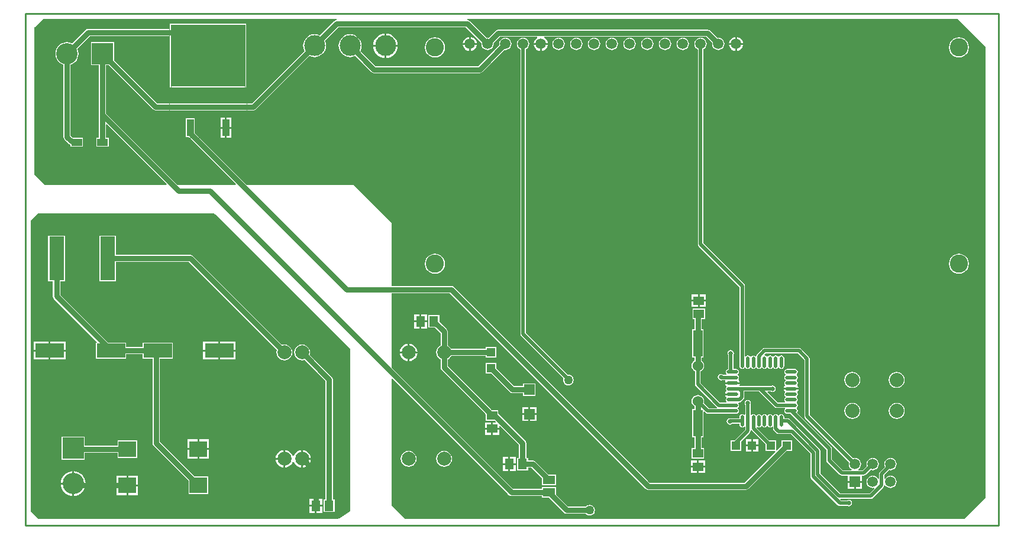
<source format=gtl>
G04 Layer_Physical_Order=1*
G04 Layer_Color=255*
%FSLAX44Y44*%
%MOMM*%
G71*
G01*
G75*
%ADD10R,2.1500X6.3000*%
%ADD11R,1.5000X1.5000*%
%ADD12R,1.7780X1.2700*%
%ADD13R,1.3000X1.5000*%
%ADD14R,4.1000X2.0000*%
%ADD15R,2.5400X2.2860*%
%ADD16R,1.2700X1.2700*%
%ADD17R,1.5000X1.3000*%
%ADD18R,1.0500X2.4000*%
%ADD19R,10.6500X8.9000*%
%ADD20R,1.2700X1.2700*%
%ADD21O,1.6500X0.5500*%
%ADD22O,0.5500X1.6500*%
%ADD23R,1.3970X3.8100*%
%ADD24R,1.5000X1.0000*%
%ADD25C,0.5080*%
%ADD26C,0.7620*%
%ADD27C,0.1000*%
%ADD28C,0.2540*%
%ADD29C,2.0000*%
%ADD30C,1.5000*%
%ADD31R,1.5000X1.5000*%
%ADD32C,1.5240*%
%ADD33C,2.0320*%
%ADD34C,3.0000*%
%ADD35R,3.0480X3.0480*%
%ADD36C,3.0480*%
%ADD37R,3.0480X3.0480*%
%ADD38C,2.6000*%
%ADD39C,0.6350*%
%ADD40C,1.2700*%
G36*
X1718310Y1261110D02*
X1757680Y1221740D01*
Y575310D01*
X1727200Y544830D01*
X927100D01*
X908050Y563880D01*
Y745396D01*
X909223Y745882D01*
X1075837Y579268D01*
X1075837Y579268D01*
X1077518Y578145D01*
X1079500Y577751D01*
X1079500Y577751D01*
X1122680D01*
Y575310D01*
X1133135D01*
X1154577Y553868D01*
X1154577Y553867D01*
X1156258Y552745D01*
X1158240Y552351D01*
X1158240Y552351D01*
X1185630D01*
X1185825Y552095D01*
X1187417Y550874D01*
X1189271Y550106D01*
X1191260Y549844D01*
X1193249Y550106D01*
X1195103Y550874D01*
X1196695Y552095D01*
X1197916Y553687D01*
X1198684Y555541D01*
X1198946Y557530D01*
X1198684Y559519D01*
X1197916Y561373D01*
X1196695Y562965D01*
X1195103Y564186D01*
X1193249Y564954D01*
X1191260Y565216D01*
X1189271Y564954D01*
X1187417Y564186D01*
X1185825Y562965D01*
X1185630Y562710D01*
X1160385D01*
X1143000Y580095D01*
Y590550D01*
X1122680D01*
Y588110D01*
X1081645D01*
X908050Y761705D01*
Y868580D01*
X990995D01*
X1271417Y588158D01*
X1271417Y588158D01*
X1273098Y587035D01*
X1275080Y586641D01*
X1275080Y586641D01*
X1414780D01*
X1416762Y587035D01*
X1418443Y588158D01*
X1472905Y642620D01*
X1480820D01*
Y657860D01*
X1465580D01*
Y649945D01*
X1459230Y643595D01*
X1457960Y644121D01*
Y657860D01*
X1448214D01*
X1430293Y675781D01*
X1430330Y676059D01*
X1431678Y676666D01*
X1431724Y676656D01*
X1432072Y676423D01*
X1433640Y676111D01*
X1435208Y676423D01*
X1436538Y677312D01*
X1436876Y677818D01*
X1438404D01*
X1438742Y677312D01*
X1440072Y676423D01*
X1441640Y676111D01*
X1443208Y676423D01*
X1444538Y677312D01*
X1444876Y677818D01*
X1446404D01*
X1446742Y677312D01*
X1448071Y676423D01*
X1449640Y676111D01*
X1451208Y676423D01*
X1452485Y677277D01*
X1452792Y677215D01*
X1453755Y676847D01*
Y674690D01*
X1454051Y673203D01*
X1454893Y671943D01*
X1459023Y667813D01*
X1460283Y666971D01*
X1461770Y666675D01*
X1479211D01*
X1507415Y638471D01*
Y605790D01*
X1507711Y604303D01*
X1508553Y603043D01*
X1546653Y564943D01*
X1547913Y564101D01*
X1549400Y563805D01*
X1559913D01*
X1560366Y563503D01*
X1562100Y563158D01*
X1563834Y563503D01*
X1565305Y564485D01*
X1566287Y565956D01*
X1566632Y567690D01*
X1566287Y569424D01*
X1565305Y570895D01*
X1563834Y571877D01*
X1562100Y572222D01*
X1560366Y571877D01*
X1559913Y571575D01*
X1551009D01*
X1549792Y572792D01*
X1550278Y573965D01*
X1593861D01*
X1595347Y574261D01*
X1596608Y575103D01*
X1611837Y590332D01*
X1612679Y591593D01*
X1612975Y593079D01*
Y593243D01*
X1613716Y593566D01*
X1614245Y593597D01*
X1615535Y591915D01*
X1617367Y590509D01*
X1619501Y589626D01*
X1621790Y589324D01*
X1624079Y589626D01*
X1626213Y590509D01*
X1628045Y591915D01*
X1629451Y593747D01*
X1630334Y595881D01*
X1630636Y598170D01*
X1630334Y600459D01*
X1629451Y602593D01*
X1628045Y604425D01*
X1626213Y605831D01*
X1624079Y606714D01*
X1621790Y607016D01*
X1619501Y606714D01*
X1617367Y605831D01*
X1615535Y604425D01*
X1614245Y602743D01*
X1613716Y602774D01*
X1612975Y603097D01*
Y607991D01*
X1619950Y614967D01*
X1621790Y614724D01*
X1624079Y615026D01*
X1626213Y615909D01*
X1628045Y617315D01*
X1629451Y619147D01*
X1630334Y621281D01*
X1630636Y623570D01*
X1630334Y625859D01*
X1629451Y627993D01*
X1628045Y629825D01*
X1626213Y631231D01*
X1624079Y632114D01*
X1621790Y632416D01*
X1619501Y632114D01*
X1617367Y631231D01*
X1615535Y629825D01*
X1614129Y627993D01*
X1613246Y625859D01*
X1612944Y623570D01*
X1613246Y621281D01*
X1613841Y619844D01*
X1606343Y612347D01*
X1605501Y611087D01*
X1605205Y609600D01*
Y603097D01*
X1604464Y602774D01*
X1603935Y602743D01*
X1602645Y604425D01*
X1600813Y605831D01*
X1598679Y606714D01*
X1596390Y607016D01*
X1594101Y606714D01*
X1591967Y605831D01*
X1590135Y604425D01*
X1588729Y602593D01*
X1587846Y600459D01*
X1587544Y598170D01*
X1587846Y595881D01*
X1588729Y593747D01*
X1590135Y591915D01*
X1591967Y590509D01*
X1594101Y589626D01*
X1596390Y589324D01*
X1598296Y589575D01*
X1598936Y588419D01*
X1592252Y581735D01*
X1549829D01*
X1521535Y610029D01*
Y642710D01*
X1521239Y644197D01*
X1520397Y645457D01*
X1477897Y687957D01*
X1476637Y688799D01*
X1475150Y689095D01*
X1469739D01*
Y691210D01*
X1469427Y692779D01*
X1468538Y694108D01*
X1467209Y694997D01*
X1465640Y695309D01*
X1464071Y694997D01*
X1462742Y694108D01*
X1462404Y693603D01*
X1460876D01*
X1460538Y694108D01*
X1459209Y694997D01*
X1457640Y695309D01*
X1456071Y694997D01*
X1454742Y694108D01*
X1454404Y693603D01*
X1452876D01*
X1452538Y694108D01*
X1451208Y694997D01*
X1449640Y695309D01*
X1448071Y694997D01*
X1446742Y694108D01*
X1446404Y693603D01*
X1444876D01*
X1444538Y694108D01*
X1443208Y694997D01*
X1441640Y695309D01*
X1440072Y694997D01*
X1438742Y694108D01*
X1438404Y693603D01*
X1436876D01*
X1436538Y694108D01*
X1435208Y694997D01*
X1433640Y695309D01*
X1432072Y694997D01*
X1430742Y694108D01*
X1430404Y693603D01*
X1428876D01*
X1428538Y694108D01*
X1427209Y694997D01*
X1425640Y695309D01*
X1424072Y694997D01*
X1422795Y694144D01*
X1422488Y694205D01*
X1421525Y694573D01*
Y708693D01*
X1421827Y709146D01*
X1422172Y710880D01*
X1421827Y712614D01*
X1420845Y714085D01*
X1419374Y715067D01*
X1417640Y715412D01*
X1415906Y715067D01*
X1414435Y714085D01*
X1413453Y712614D01*
X1413108Y710880D01*
X1413453Y709146D01*
X1413755Y708693D01*
Y694573D01*
X1412793Y694205D01*
X1412485Y694144D01*
X1411209Y694997D01*
X1409640Y695309D01*
X1408071Y694997D01*
X1406742Y694108D01*
X1405853Y692779D01*
X1405541Y691210D01*
Y689095D01*
X1392600D01*
X1392178Y689011D01*
X1391920Y689062D01*
X1390186Y688717D01*
X1388715Y687735D01*
X1387733Y686264D01*
X1387388Y684530D01*
X1387733Y682796D01*
X1388715Y681325D01*
X1390186Y680343D01*
X1391920Y679998D01*
X1393654Y680343D01*
X1395125Y681325D01*
X1405541D01*
Y680210D01*
X1405853Y678642D01*
X1406742Y677312D01*
X1408071Y676423D01*
X1409640Y676111D01*
X1411209Y676423D01*
X1412485Y677276D01*
X1412793Y677215D01*
X1413755Y676847D01*
Y672489D01*
X1399126Y657860D01*
X1393190D01*
Y642620D01*
X1408430D01*
Y656176D01*
X1420387Y668133D01*
X1421229Y669393D01*
X1421525Y670880D01*
Y671955D01*
X1422795Y672340D01*
X1422893Y672193D01*
X1442720Y652366D01*
Y642620D01*
X1456459D01*
X1456985Y641350D01*
X1412635Y597000D01*
X1277225D01*
X996803Y877422D01*
X995122Y878545D01*
X993140Y878940D01*
X908050D01*
Y969010D01*
X853440Y1023620D01*
X700745D01*
X626280Y1098085D01*
Y1118750D01*
X613240D01*
Y1092210D01*
X617505D01*
X684922Y1024793D01*
X684436Y1023620D01*
X601685D01*
X499210Y1126095D01*
Y1195070D01*
X503215D01*
X566567Y1131718D01*
X568248Y1130595D01*
X570230Y1130201D01*
X570230Y1130201D01*
X709930D01*
X711912Y1130595D01*
X713593Y1131718D01*
X790311Y1208436D01*
X791304Y1207906D01*
X794370Y1206975D01*
X797560Y1206661D01*
X800750Y1206975D01*
X803816Y1207906D01*
X806643Y1209417D01*
X809120Y1211450D01*
X811153Y1213927D01*
X812664Y1216754D01*
X813595Y1219820D01*
X813909Y1223010D01*
X813595Y1226199D01*
X812664Y1229266D01*
X812134Y1230259D01*
X831413Y1249538D01*
X1013897D01*
X1036541Y1226894D01*
X1036364Y1225550D01*
X1036666Y1223261D01*
X1037549Y1221127D01*
X1038955Y1219295D01*
X1040787Y1217889D01*
X1042921Y1217006D01*
X1045210Y1216704D01*
X1047499Y1217006D01*
X1049633Y1217889D01*
X1051465Y1219295D01*
X1052871Y1221127D01*
X1053754Y1223261D01*
X1054056Y1225550D01*
X1053879Y1226894D01*
X1062595Y1235611D01*
X1070108D01*
X1070191Y1234341D01*
X1069807Y1234290D01*
X1068321Y1234094D01*
X1066187Y1233211D01*
X1064355Y1231805D01*
X1062949Y1229973D01*
X1062066Y1227839D01*
X1061764Y1225550D01*
X1061941Y1224206D01*
X1031635Y1193900D01*
X884795D01*
X862934Y1215761D01*
X863464Y1216754D01*
X864395Y1219820D01*
X864709Y1223010D01*
X864395Y1226199D01*
X863464Y1229266D01*
X861953Y1232093D01*
X859920Y1234570D01*
X857443Y1236603D01*
X854616Y1238114D01*
X851550Y1239045D01*
X848360Y1239359D01*
X845171Y1239045D01*
X842104Y1238114D01*
X839277Y1236603D01*
X836800Y1234570D01*
X834767Y1232093D01*
X833256Y1229266D01*
X832325Y1226199D01*
X832011Y1223010D01*
X832325Y1219820D01*
X833256Y1216754D01*
X834767Y1213927D01*
X836800Y1211450D01*
X839277Y1209417D01*
X842104Y1207906D01*
X845171Y1206975D01*
X848360Y1206661D01*
X851550Y1206975D01*
X854616Y1207906D01*
X855609Y1208436D01*
X878988Y1185058D01*
X880668Y1183935D01*
X882650Y1183540D01*
X1033780D01*
X1035762Y1183935D01*
X1037442Y1185058D01*
X1069266Y1216881D01*
X1070610Y1216704D01*
X1072899Y1217006D01*
X1075033Y1217889D01*
X1076865Y1219295D01*
X1078271Y1221127D01*
X1079154Y1223261D01*
X1079456Y1225550D01*
X1079154Y1227839D01*
X1078271Y1229973D01*
X1076865Y1231805D01*
X1075033Y1233211D01*
X1072899Y1234094D01*
X1071413Y1234290D01*
X1071029Y1234341D01*
X1071112Y1235611D01*
X1095508D01*
X1095591Y1234341D01*
X1095207Y1234290D01*
X1093721Y1234094D01*
X1091587Y1233211D01*
X1089755Y1231805D01*
X1088349Y1229973D01*
X1087466Y1227839D01*
X1087164Y1225550D01*
X1087466Y1223261D01*
X1088349Y1221127D01*
X1089755Y1219295D01*
X1091587Y1217889D01*
X1092125Y1217666D01*
Y810260D01*
X1092421Y808773D01*
X1093263Y807513D01*
X1153711Y747066D01*
X1153356Y746209D01*
X1153094Y744220D01*
X1153356Y742231D01*
X1154124Y740377D01*
X1155345Y738785D01*
X1156937Y737564D01*
X1158791Y736796D01*
X1160780Y736534D01*
X1162769Y736796D01*
X1164623Y737564D01*
X1166215Y738785D01*
X1167436Y740377D01*
X1168204Y742231D01*
X1168466Y744220D01*
X1168204Y746209D01*
X1167436Y748063D01*
X1166215Y749655D01*
X1164623Y750876D01*
X1162769Y751644D01*
X1160780Y751906D01*
X1159965Y751798D01*
X1099895Y811869D01*
Y1217666D01*
X1100433Y1217889D01*
X1102265Y1219295D01*
X1103671Y1221127D01*
X1104554Y1223261D01*
X1104856Y1225550D01*
X1104554Y1227839D01*
X1103671Y1229973D01*
X1102265Y1231805D01*
X1100433Y1233211D01*
X1098299Y1234094D01*
X1096813Y1234290D01*
X1096429Y1234341D01*
X1096512Y1235611D01*
X1116144D01*
X1116396Y1234341D01*
X1116347Y1234320D01*
X1114249Y1232711D01*
X1112640Y1230613D01*
X1111628Y1228171D01*
X1111451Y1226820D01*
X1131369D01*
X1131192Y1228171D01*
X1130180Y1230613D01*
X1128571Y1232711D01*
X1126473Y1234320D01*
X1126424Y1234341D01*
X1126676Y1235611D01*
X1146308D01*
X1146391Y1234341D01*
X1146007Y1234290D01*
X1144521Y1234094D01*
X1142387Y1233211D01*
X1140555Y1231805D01*
X1139149Y1229973D01*
X1138266Y1227839D01*
X1137964Y1225550D01*
X1138266Y1223261D01*
X1139149Y1221127D01*
X1140555Y1219295D01*
X1142387Y1217889D01*
X1144521Y1217006D01*
X1146810Y1216704D01*
X1149099Y1217006D01*
X1151233Y1217889D01*
X1153065Y1219295D01*
X1154471Y1221127D01*
X1155354Y1223261D01*
X1155656Y1225550D01*
X1155354Y1227839D01*
X1154471Y1229973D01*
X1153065Y1231805D01*
X1151233Y1233211D01*
X1149099Y1234094D01*
X1147613Y1234290D01*
X1147229Y1234341D01*
X1147312Y1235611D01*
X1171708D01*
X1171791Y1234341D01*
X1171407Y1234290D01*
X1169921Y1234094D01*
X1167787Y1233211D01*
X1165955Y1231805D01*
X1164549Y1229973D01*
X1163666Y1227839D01*
X1163364Y1225550D01*
X1163666Y1223261D01*
X1164549Y1221127D01*
X1165955Y1219295D01*
X1167787Y1217889D01*
X1169921Y1217006D01*
X1172210Y1216704D01*
X1174499Y1217006D01*
X1176633Y1217889D01*
X1178465Y1219295D01*
X1179871Y1221127D01*
X1180754Y1223261D01*
X1181056Y1225550D01*
X1180754Y1227839D01*
X1179871Y1229973D01*
X1178465Y1231805D01*
X1176633Y1233211D01*
X1174499Y1234094D01*
X1173013Y1234290D01*
X1172629Y1234341D01*
X1172712Y1235611D01*
X1197108D01*
X1197191Y1234341D01*
X1196807Y1234290D01*
X1195321Y1234094D01*
X1193187Y1233211D01*
X1191355Y1231805D01*
X1189949Y1229973D01*
X1189066Y1227839D01*
X1188764Y1225550D01*
X1189066Y1223261D01*
X1189949Y1221127D01*
X1191355Y1219295D01*
X1193187Y1217889D01*
X1195321Y1217006D01*
X1197610Y1216704D01*
X1199899Y1217006D01*
X1202033Y1217889D01*
X1203865Y1219295D01*
X1205271Y1221127D01*
X1206154Y1223261D01*
X1206456Y1225550D01*
X1206154Y1227839D01*
X1205271Y1229973D01*
X1203865Y1231805D01*
X1202033Y1233211D01*
X1199899Y1234094D01*
X1198413Y1234290D01*
X1198029Y1234341D01*
X1198112Y1235611D01*
X1222508D01*
X1222591Y1234341D01*
X1222207Y1234290D01*
X1220721Y1234094D01*
X1218587Y1233211D01*
X1216755Y1231805D01*
X1215349Y1229973D01*
X1214466Y1227839D01*
X1214164Y1225550D01*
X1214466Y1223261D01*
X1215349Y1221127D01*
X1216755Y1219295D01*
X1218587Y1217889D01*
X1220721Y1217006D01*
X1223010Y1216704D01*
X1225299Y1217006D01*
X1227433Y1217889D01*
X1229265Y1219295D01*
X1230671Y1221127D01*
X1231554Y1223261D01*
X1231856Y1225550D01*
X1231554Y1227839D01*
X1230671Y1229973D01*
X1229265Y1231805D01*
X1227433Y1233211D01*
X1225299Y1234094D01*
X1223813Y1234290D01*
X1223429Y1234341D01*
X1223512Y1235611D01*
X1247908D01*
X1247991Y1234341D01*
X1247607Y1234290D01*
X1246121Y1234094D01*
X1243987Y1233211D01*
X1242155Y1231805D01*
X1240749Y1229973D01*
X1239866Y1227839D01*
X1239564Y1225550D01*
X1239866Y1223261D01*
X1240749Y1221127D01*
X1242155Y1219295D01*
X1243987Y1217889D01*
X1246121Y1217006D01*
X1248410Y1216704D01*
X1250699Y1217006D01*
X1252833Y1217889D01*
X1254665Y1219295D01*
X1256071Y1221127D01*
X1256954Y1223261D01*
X1257256Y1225550D01*
X1256954Y1227839D01*
X1256071Y1229973D01*
X1254665Y1231805D01*
X1252833Y1233211D01*
X1250699Y1234094D01*
X1249213Y1234290D01*
X1248829Y1234341D01*
X1248912Y1235611D01*
X1273308D01*
X1273391Y1234341D01*
X1273007Y1234290D01*
X1271521Y1234094D01*
X1269387Y1233211D01*
X1267555Y1231805D01*
X1266149Y1229973D01*
X1265266Y1227839D01*
X1264964Y1225550D01*
X1265266Y1223261D01*
X1266149Y1221127D01*
X1267555Y1219295D01*
X1269387Y1217889D01*
X1271521Y1217006D01*
X1273810Y1216704D01*
X1276099Y1217006D01*
X1278233Y1217889D01*
X1280065Y1219295D01*
X1281471Y1221127D01*
X1282354Y1223261D01*
X1282656Y1225550D01*
X1282354Y1227839D01*
X1281471Y1229973D01*
X1280065Y1231805D01*
X1278233Y1233211D01*
X1276099Y1234094D01*
X1274613Y1234290D01*
X1274229Y1234341D01*
X1274312Y1235611D01*
X1298708D01*
X1298791Y1234341D01*
X1298407Y1234290D01*
X1296921Y1234094D01*
X1294787Y1233211D01*
X1292955Y1231805D01*
X1291549Y1229973D01*
X1290666Y1227839D01*
X1290364Y1225550D01*
X1290666Y1223261D01*
X1291549Y1221127D01*
X1292955Y1219295D01*
X1294787Y1217889D01*
X1296921Y1217006D01*
X1299210Y1216704D01*
X1301499Y1217006D01*
X1303633Y1217889D01*
X1305465Y1219295D01*
X1306871Y1221127D01*
X1307754Y1223261D01*
X1308056Y1225550D01*
X1307754Y1227839D01*
X1306871Y1229973D01*
X1305465Y1231805D01*
X1303633Y1233211D01*
X1301499Y1234094D01*
X1300013Y1234290D01*
X1299629Y1234341D01*
X1299712Y1235611D01*
X1324108D01*
X1324191Y1234341D01*
X1323807Y1234290D01*
X1322321Y1234094D01*
X1320187Y1233211D01*
X1318355Y1231805D01*
X1316949Y1229973D01*
X1316066Y1227839D01*
X1315764Y1225550D01*
X1316066Y1223261D01*
X1316949Y1221127D01*
X1318355Y1219295D01*
X1320187Y1217889D01*
X1322321Y1217006D01*
X1324610Y1216704D01*
X1326899Y1217006D01*
X1329033Y1217889D01*
X1330865Y1219295D01*
X1332271Y1221127D01*
X1333154Y1223261D01*
X1333456Y1225550D01*
X1333154Y1227839D01*
X1332271Y1229973D01*
X1330865Y1231805D01*
X1329033Y1233211D01*
X1326899Y1234094D01*
X1325413Y1234290D01*
X1325029Y1234341D01*
X1325112Y1235611D01*
X1349508D01*
X1349591Y1234341D01*
X1349207Y1234290D01*
X1347721Y1234094D01*
X1345587Y1233211D01*
X1343755Y1231805D01*
X1342349Y1229973D01*
X1341466Y1227839D01*
X1341164Y1225550D01*
X1341466Y1223261D01*
X1342349Y1221127D01*
X1343755Y1219295D01*
X1345587Y1217889D01*
X1346125Y1217666D01*
Y938530D01*
X1346421Y937043D01*
X1347263Y935783D01*
X1405755Y877291D01*
Y776286D01*
X1405541Y775210D01*
Y764210D01*
X1405853Y762641D01*
X1406742Y761312D01*
X1408071Y760423D01*
X1409640Y760111D01*
X1411209Y760423D01*
X1412538Y761312D01*
X1412876Y761817D01*
X1414404D01*
X1414742Y761312D01*
X1416071Y760423D01*
X1417640Y760111D01*
X1419209Y760423D01*
X1420538Y761312D01*
X1420876Y761817D01*
X1422404D01*
X1422742Y761312D01*
X1424072Y760423D01*
X1425640Y760111D01*
X1427209Y760423D01*
X1428538Y761312D01*
X1428876Y761817D01*
X1430404D01*
X1430742Y761312D01*
X1432072Y760423D01*
X1433640Y760111D01*
X1435208Y760423D01*
X1436538Y761312D01*
X1436876Y761817D01*
X1438404D01*
X1438742Y761312D01*
X1440072Y760423D01*
X1441640Y760111D01*
X1443208Y760423D01*
X1444538Y761312D01*
X1444876Y761817D01*
X1446404D01*
X1446742Y761312D01*
X1448071Y760423D01*
X1449640Y760111D01*
X1451208Y760423D01*
X1452538Y761312D01*
X1452876Y761817D01*
X1454404D01*
X1454742Y761312D01*
X1456071Y760423D01*
X1457640Y760111D01*
X1459209Y760423D01*
X1460538Y761312D01*
X1460876Y761817D01*
X1462404D01*
X1462742Y761312D01*
X1464071Y760423D01*
X1465640Y760111D01*
X1467209Y760423D01*
X1468538Y761312D01*
X1469427Y762641D01*
X1469739Y764210D01*
Y775210D01*
X1469427Y776778D01*
X1468538Y778108D01*
X1467209Y778997D01*
X1465640Y779309D01*
X1464071Y778997D01*
X1462742Y778108D01*
X1462404Y777602D01*
X1460876D01*
X1460538Y778108D01*
X1459209Y778997D01*
X1457640Y779309D01*
X1456071Y778997D01*
X1454742Y778108D01*
X1454404Y777602D01*
X1452876D01*
X1452538Y778108D01*
X1451208Y778997D01*
X1449640Y779309D01*
X1448071Y778997D01*
X1446742Y778108D01*
X1446404Y777602D01*
X1444876D01*
X1444538Y778108D01*
X1443208Y778997D01*
X1441872Y779262D01*
X1441495Y779955D01*
X1441362Y780548D01*
X1443174Y782361D01*
X1489256D01*
X1498525Y773091D01*
Y692150D01*
X1498821Y690663D01*
X1499663Y689403D01*
X1562669Y626398D01*
X1562446Y625859D01*
X1562144Y623570D01*
X1562446Y621281D01*
X1563329Y619147D01*
X1564735Y617315D01*
X1566261Y616145D01*
X1565896Y614875D01*
X1553429D01*
X1538045Y630259D01*
Y645610D01*
X1537749Y647097D01*
X1536907Y648357D01*
X1488204Y697060D01*
X1488927Y698141D01*
X1489239Y699710D01*
X1488927Y701279D01*
X1488038Y702608D01*
X1487532Y702946D01*
Y704474D01*
X1488038Y704812D01*
X1488927Y706142D01*
X1489239Y707710D01*
X1488927Y709279D01*
X1488038Y710608D01*
X1487532Y710946D01*
Y712474D01*
X1488038Y712812D01*
X1488927Y714141D01*
X1489239Y715710D01*
X1488927Y717279D01*
X1488038Y718608D01*
X1487532Y718946D01*
Y720474D01*
X1488038Y720812D01*
X1488927Y722141D01*
X1489239Y723710D01*
X1488927Y725278D01*
X1488432Y726020D01*
X1488588Y727652D01*
X1488954Y727896D01*
X1490123Y729646D01*
X1490281Y730440D01*
X1479640D01*
X1468999D01*
X1469157Y729646D01*
X1470326Y727896D01*
X1470692Y727652D01*
X1470848Y726020D01*
X1470353Y725278D01*
X1470041Y723710D01*
X1470353Y722141D01*
X1471242Y720812D01*
X1471747Y720474D01*
Y718946D01*
X1471242Y718608D01*
X1470353Y717279D01*
X1470041Y715710D01*
X1470353Y714141D01*
X1471206Y712865D01*
X1471145Y712558D01*
X1470777Y711595D01*
X1460519D01*
X1445652Y726462D01*
X1446138Y727635D01*
X1450693D01*
X1451146Y727333D01*
X1452880Y726988D01*
X1454614Y727333D01*
X1456085Y728315D01*
X1457067Y729786D01*
X1457412Y731520D01*
X1457067Y733254D01*
X1456085Y734725D01*
X1454614Y735707D01*
X1452880Y736052D01*
X1451146Y735707D01*
X1450693Y735405D01*
X1406153D01*
X1405648Y736100D01*
X1405525Y736750D01*
X1406123Y737646D01*
X1406281Y738440D01*
X1395640D01*
X1384999D01*
X1385157Y737646D01*
X1386326Y735896D01*
X1386692Y735652D01*
X1386848Y734020D01*
X1386353Y733279D01*
X1386041Y731710D01*
X1386353Y730142D01*
X1386848Y729400D01*
X1386692Y727768D01*
X1386326Y727524D01*
X1385157Y725774D01*
X1384999Y724980D01*
X1395640D01*
Y722440D01*
X1384999D01*
X1385157Y721646D01*
X1386326Y719896D01*
X1386692Y719652D01*
X1386848Y718020D01*
X1386353Y717279D01*
X1386041Y715710D01*
X1386353Y714141D01*
X1387207Y712865D01*
X1387145Y712558D01*
X1386777Y711595D01*
X1377969D01*
X1350085Y739479D01*
Y756527D01*
X1350683Y756775D01*
X1352540Y758200D01*
X1353965Y760057D01*
X1354861Y762219D01*
X1355167Y764540D01*
X1354861Y766861D01*
X1353965Y769023D01*
X1352540Y770880D01*
X1351380Y771771D01*
Y775970D01*
X1354455D01*
Y816610D01*
X1351380D01*
Y831090D01*
X1356240D01*
Y846630D01*
X1338700D01*
Y831090D01*
X1341021D01*
Y816610D01*
X1337945D01*
Y775970D01*
X1341021D01*
Y771771D01*
X1339860Y770880D01*
X1338435Y769023D01*
X1337539Y766861D01*
X1337233Y764540D01*
X1337539Y762219D01*
X1338435Y760057D01*
X1339860Y758200D01*
X1341717Y756775D01*
X1342315Y756527D01*
Y737870D01*
X1342611Y736383D01*
X1343453Y735123D01*
X1373613Y704963D01*
X1373880Y704785D01*
X1373495Y703515D01*
X1361919D01*
X1354613Y710820D01*
X1354861Y711419D01*
X1355167Y713740D01*
X1354861Y716061D01*
X1353965Y718223D01*
X1352540Y720080D01*
X1350683Y721505D01*
X1348521Y722401D01*
X1346200Y722707D01*
X1343879Y722401D01*
X1341717Y721505D01*
X1339860Y720080D01*
X1338435Y718223D01*
X1337539Y716061D01*
X1337233Y713740D01*
X1337539Y711419D01*
X1338435Y709257D01*
X1339860Y707400D01*
X1341021Y706509D01*
Y702310D01*
X1337945D01*
Y661670D01*
X1341021D01*
Y646580D01*
X1337430D01*
Y631040D01*
X1354970D01*
Y646580D01*
X1351380D01*
Y661670D01*
X1354455D01*
Y698332D01*
X1355628Y698818D01*
X1357563Y696883D01*
X1358823Y696041D01*
X1360310Y695745D01*
X1389466D01*
X1390140Y695611D01*
X1401140D01*
X1402709Y695923D01*
X1404038Y696812D01*
X1404927Y698141D01*
X1405239Y699710D01*
X1404927Y701279D01*
X1404038Y702608D01*
X1403533Y702946D01*
Y704474D01*
X1404038Y704812D01*
X1404927Y706142D01*
X1405239Y707710D01*
X1404927Y709279D01*
X1404074Y710555D01*
X1404135Y710863D01*
X1404503Y711825D01*
X1405320D01*
X1406807Y712121D01*
X1408067Y712963D01*
X1411717Y716613D01*
X1412559Y717874D01*
X1412855Y719360D01*
Y727564D01*
X1412913Y727635D01*
X1433491D01*
X1456163Y704963D01*
X1457423Y704121D01*
X1458910Y703825D01*
X1470777D01*
X1471145Y702863D01*
X1471206Y702555D01*
X1470353Y701279D01*
X1470041Y699710D01*
X1470353Y698141D01*
X1471242Y696812D01*
X1472571Y695923D01*
X1474140Y695611D01*
X1478665D01*
X1530275Y644001D01*
Y628650D01*
X1530571Y627163D01*
X1531413Y625903D01*
X1549073Y608243D01*
X1550333Y607401D01*
X1551820Y607105D01*
X1560950D01*
Y599440D01*
X1581030D01*
Y607105D01*
X1583810D01*
X1585297Y607401D01*
X1586557Y608243D01*
X1593562Y615249D01*
X1594101Y615026D01*
X1596390Y614724D01*
X1598679Y615026D01*
X1600813Y615909D01*
X1602645Y617315D01*
X1604051Y619147D01*
X1604934Y621281D01*
X1605236Y623570D01*
X1604934Y625859D01*
X1604051Y627993D01*
X1602645Y629825D01*
X1600813Y631231D01*
X1598679Y632114D01*
X1596390Y632416D01*
X1594101Y632114D01*
X1591967Y631231D01*
X1590135Y629825D01*
X1588729Y627993D01*
X1587846Y625859D01*
X1587544Y623570D01*
X1587846Y621281D01*
X1588069Y620742D01*
X1582201Y614875D01*
X1576084D01*
X1575719Y616145D01*
X1577245Y617315D01*
X1578651Y619147D01*
X1579534Y621281D01*
X1579836Y623570D01*
X1579534Y625859D01*
X1578651Y627993D01*
X1577245Y629825D01*
X1575413Y631231D01*
X1573279Y632114D01*
X1570990Y632416D01*
X1568701Y632114D01*
X1568162Y631891D01*
X1506295Y693759D01*
Y774700D01*
X1505999Y776187D01*
X1505157Y777447D01*
X1493611Y788992D01*
X1492351Y789834D01*
X1490865Y790130D01*
X1441565D01*
X1440079Y789834D01*
X1438819Y788992D01*
X1430893Y781067D01*
X1430051Y779807D01*
X1429794Y778515D01*
X1429211Y778244D01*
X1428485Y778143D01*
X1427209Y778997D01*
X1425640Y779309D01*
X1424072Y778997D01*
X1422742Y778108D01*
X1422404Y777602D01*
X1420876D01*
X1420538Y778108D01*
X1419209Y778997D01*
X1417640Y779309D01*
X1416071Y778997D01*
X1414795Y778143D01*
X1414488Y778205D01*
X1413525Y778573D01*
Y878900D01*
X1413229Y880387D01*
X1412387Y881647D01*
X1353895Y940139D01*
Y1217666D01*
X1354433Y1217889D01*
X1356265Y1219295D01*
X1357671Y1221127D01*
X1358554Y1223261D01*
X1358856Y1225550D01*
X1358554Y1227839D01*
X1357671Y1229973D01*
X1356265Y1231805D01*
X1354433Y1233211D01*
X1352299Y1234094D01*
X1350813Y1234290D01*
X1350429Y1234341D01*
X1350512Y1235611D01*
X1358025D01*
X1366741Y1226894D01*
X1366564Y1225550D01*
X1366866Y1223261D01*
X1367749Y1221127D01*
X1369155Y1219295D01*
X1370987Y1217889D01*
X1373121Y1217006D01*
X1375410Y1216704D01*
X1377699Y1217006D01*
X1379833Y1217889D01*
X1381665Y1219295D01*
X1383071Y1221127D01*
X1383954Y1223261D01*
X1384256Y1225550D01*
X1383954Y1227839D01*
X1383071Y1229973D01*
X1381665Y1231805D01*
X1379833Y1233211D01*
X1377699Y1234094D01*
X1375410Y1234396D01*
X1374066Y1234219D01*
X1363833Y1244453D01*
X1362152Y1245575D01*
X1360170Y1245969D01*
X1060450D01*
X1058468Y1245575D01*
X1056787Y1244453D01*
X1046554Y1234219D01*
X1045210Y1234396D01*
X1043866Y1234219D01*
X1019705Y1258380D01*
X1018024Y1259503D01*
X1016331Y1259840D01*
X1016456Y1261110D01*
X1718310Y1261110D01*
D02*
G37*
G36*
X848360Y788669D02*
X848360Y556260D01*
X833120Y546100D01*
X829310Y544830D01*
X402590Y544830D01*
X391160Y556260D01*
Y972820D01*
X401320Y982980D01*
X654051D01*
X848360Y788669D01*
D02*
G37*
G36*
X828854Y1261110D02*
X828979Y1259840D01*
X827286Y1259503D01*
X825605Y1258380D01*
X804809Y1237584D01*
X803816Y1238114D01*
X800750Y1239045D01*
X797560Y1239359D01*
X794370Y1239045D01*
X791304Y1238114D01*
X788477Y1236603D01*
X786000Y1234570D01*
X783967Y1232093D01*
X782456Y1229266D01*
X781525Y1226199D01*
X781211Y1223010D01*
X781525Y1219820D01*
X782456Y1216754D01*
X782986Y1215761D01*
X707785Y1140559D01*
X572375D01*
X510540Y1202395D01*
Y1228090D01*
X477520D01*
Y1195070D01*
X488851D01*
Y1123950D01*
Y1090850D01*
X485260D01*
Y1078310D01*
X502800D01*
Y1090850D01*
X499210D01*
Y1109786D01*
X500383Y1110272D01*
X585862Y1024793D01*
X585376Y1023620D01*
X411480D01*
X396240Y1038860D01*
Y1249680D01*
X397510D01*
X408940Y1261110D01*
X828854Y1261110D01*
D02*
G37*
%LPC*%
G36*
X1432560Y648970D02*
X1424940D01*
Y641350D01*
X1432560D01*
Y648970D01*
D02*
G37*
G36*
X1422400D02*
X1414780D01*
Y641350D01*
X1422400D01*
Y648970D01*
D02*
G37*
G36*
X1085390Y633610D02*
X1077620D01*
Y624840D01*
X1085390D01*
Y633610D01*
D02*
G37*
G36*
X1075080D02*
X1067310D01*
Y624840D01*
X1075080D01*
Y633610D01*
D02*
G37*
G36*
X1356240Y628850D02*
X1347470D01*
Y621080D01*
X1356240D01*
Y628850D01*
D02*
G37*
G36*
X1567180Y711299D02*
X1564196Y710906D01*
X1561416Y709754D01*
X1559028Y707922D01*
X1557196Y705534D01*
X1556044Y702754D01*
X1555651Y699770D01*
X1556044Y696786D01*
X1557196Y694006D01*
X1559028Y691618D01*
X1561416Y689786D01*
X1564196Y688634D01*
X1567180Y688241D01*
X1570164Y688634D01*
X1572944Y689786D01*
X1575332Y691618D01*
X1577164Y694006D01*
X1578316Y696786D01*
X1578709Y699770D01*
X1578316Y702754D01*
X1577164Y705534D01*
X1575332Y707922D01*
X1572944Y709754D01*
X1570164Y710906D01*
X1567180Y711299D01*
D02*
G37*
G36*
X1114940Y693980D02*
X1106170D01*
Y685210D01*
X1114940D01*
Y693980D01*
D02*
G37*
G36*
X1103630D02*
X1094860D01*
Y685210D01*
X1103630D01*
Y693980D01*
D02*
G37*
G36*
X1114940Y705290D02*
X1106170D01*
Y696520D01*
X1114940D01*
Y705290D01*
D02*
G37*
G36*
X1103630D02*
X1094860D01*
Y696520D01*
X1103630D01*
Y705290D01*
D02*
G37*
G36*
X1630680Y711299D02*
X1627696Y710906D01*
X1624916Y709754D01*
X1622528Y707922D01*
X1620696Y705534D01*
X1619544Y702754D01*
X1619151Y699770D01*
X1619544Y696786D01*
X1620696Y694006D01*
X1622528Y691618D01*
X1624916Y689786D01*
X1627696Y688634D01*
X1630680Y688241D01*
X1633664Y688634D01*
X1636444Y689786D01*
X1638832Y691618D01*
X1640664Y694006D01*
X1641816Y696786D01*
X1642209Y699770D01*
X1641816Y702754D01*
X1640664Y705534D01*
X1638832Y707922D01*
X1636444Y709754D01*
X1633664Y710906D01*
X1630680Y711299D01*
D02*
G37*
G36*
X1432560Y659130D02*
X1424940D01*
Y651510D01*
X1432560D01*
Y659130D01*
D02*
G37*
G36*
X1422400D02*
X1414780D01*
Y651510D01*
X1422400D01*
Y659130D01*
D02*
G37*
G36*
X1050290Y683460D02*
X1041520D01*
Y675690D01*
X1050290D01*
Y683460D01*
D02*
G37*
G36*
X1061600Y673150D02*
X1052830D01*
Y665380D01*
X1061600D01*
Y673150D01*
D02*
G37*
G36*
X1050290D02*
X1041520D01*
Y665380D01*
X1050290D01*
Y673150D01*
D02*
G37*
G36*
X1344930Y628850D02*
X1336160D01*
Y621080D01*
X1344930D01*
Y628850D01*
D02*
G37*
G36*
X1581030Y596900D02*
X1572260D01*
Y588130D01*
X1581030D01*
Y596900D01*
D02*
G37*
G36*
X1569720D02*
X1560950D01*
Y588130D01*
X1569720D01*
Y596900D01*
D02*
G37*
G36*
X1085390Y622300D02*
X1077620D01*
Y613530D01*
X1085390D01*
Y622300D01*
D02*
G37*
G36*
X1075080D02*
X1067310D01*
Y613530D01*
X1075080D01*
Y622300D01*
D02*
G37*
G36*
X983080Y642557D02*
X980138Y642170D01*
X977396Y641034D01*
X975042Y639228D01*
X973236Y636874D01*
X972100Y634132D01*
X971713Y631190D01*
X972100Y628248D01*
X973236Y625506D01*
X975042Y623152D01*
X977396Y621346D01*
X980138Y620210D01*
X983080Y619823D01*
X986022Y620210D01*
X988764Y621346D01*
X991118Y623152D01*
X992924Y625506D01*
X994060Y628248D01*
X994447Y631190D01*
X994060Y634132D01*
X992924Y636874D01*
X991118Y639228D01*
X988764Y641034D01*
X986022Y642170D01*
X983080Y642557D01*
D02*
G37*
G36*
X932280D02*
X929338Y642170D01*
X926596Y641034D01*
X924242Y639228D01*
X922436Y636874D01*
X921300Y634132D01*
X920913Y631190D01*
X921300Y628248D01*
X922436Y625506D01*
X924242Y623152D01*
X926596Y621346D01*
X929338Y620210D01*
X932280Y619823D01*
X935222Y620210D01*
X937964Y621346D01*
X940318Y623152D01*
X942124Y625506D01*
X943260Y628248D01*
X943647Y631190D01*
X943260Y634132D01*
X942124Y636874D01*
X940318Y639228D01*
X937964Y641034D01*
X935222Y642170D01*
X932280Y642557D01*
D02*
G37*
G36*
X1356240Y618540D02*
X1347470D01*
Y610770D01*
X1356240D01*
Y618540D01*
D02*
G37*
G36*
X1344930D02*
X1336160D01*
Y610770D01*
X1344930D01*
Y618540D01*
D02*
G37*
G36*
X678350Y1120020D02*
X671830D01*
Y1106750D01*
X678350D01*
Y1120020D01*
D02*
G37*
G36*
X669290D02*
X662770D01*
Y1106750D01*
X669290D01*
Y1120020D01*
D02*
G37*
G36*
X969810Y1234943D02*
X966085Y1234453D01*
X962613Y1233015D01*
X959632Y1230727D01*
X957345Y1227747D01*
X955907Y1224275D01*
X955417Y1220550D01*
X955907Y1216825D01*
X957345Y1213353D01*
X959632Y1210372D01*
X962613Y1208085D01*
X966085Y1206647D01*
X969810Y1206157D01*
X973535Y1206647D01*
X977007Y1208085D01*
X979987Y1210372D01*
X982275Y1213353D01*
X983713Y1216825D01*
X984203Y1220550D01*
X983713Y1224275D01*
X982275Y1227747D01*
X979987Y1230727D01*
X977007Y1233015D01*
X973535Y1234453D01*
X969810Y1234943D01*
D02*
G37*
G36*
X916660Y1221740D02*
X900430D01*
Y1205510D01*
X902598Y1205724D01*
X905905Y1206727D01*
X908952Y1208355D01*
X911623Y1210547D01*
X913814Y1213218D01*
X915443Y1216265D01*
X916446Y1219572D01*
X916660Y1221740D01*
D02*
G37*
G36*
X897890D02*
X881660D01*
X881874Y1219572D01*
X882877Y1216265D01*
X884505Y1213218D01*
X886697Y1210547D01*
X889368Y1208355D01*
X892415Y1206727D01*
X895722Y1205724D01*
X897890Y1205510D01*
Y1221740D01*
D02*
G37*
G36*
X969810Y924943D02*
X966085Y924453D01*
X962613Y923015D01*
X959632Y920727D01*
X957345Y917747D01*
X955907Y914275D01*
X955417Y910550D01*
X955907Y906825D01*
X957345Y903353D01*
X959632Y900372D01*
X962613Y898085D01*
X966085Y896647D01*
X969810Y896157D01*
X973535Y896647D01*
X977007Y898085D01*
X979987Y900372D01*
X982275Y903353D01*
X983713Y906825D01*
X984203Y910550D01*
X983713Y914275D01*
X982275Y917747D01*
X979987Y920727D01*
X977007Y923015D01*
X973535Y924453D01*
X969810Y924943D01*
D02*
G37*
G36*
X1357510Y866900D02*
X1348740D01*
Y859130D01*
X1357510D01*
Y866900D01*
D02*
G37*
G36*
X1346200D02*
X1337430D01*
Y859130D01*
X1346200D01*
Y866900D01*
D02*
G37*
G36*
X678350Y1104210D02*
X671830D01*
Y1090940D01*
X678350D01*
Y1104210D01*
D02*
G37*
G36*
X669290D02*
X662770D01*
Y1090940D01*
X669290D01*
Y1104210D01*
D02*
G37*
G36*
X1719810Y924943D02*
X1716085Y924453D01*
X1712613Y923015D01*
X1709633Y920727D01*
X1707345Y917747D01*
X1705907Y914275D01*
X1705417Y910550D01*
X1705907Y906825D01*
X1707345Y903353D01*
X1709633Y900372D01*
X1712613Y898085D01*
X1716085Y896647D01*
X1719810Y896157D01*
X1723535Y896647D01*
X1727007Y898085D01*
X1729987Y900372D01*
X1732275Y903353D01*
X1733713Y906825D01*
X1734203Y910550D01*
X1733713Y914275D01*
X1732275Y917747D01*
X1729987Y920727D01*
X1727007Y923015D01*
X1723535Y924453D01*
X1719810Y924943D01*
D02*
G37*
G36*
Y1234943D02*
X1716085Y1234453D01*
X1712613Y1233015D01*
X1709633Y1230727D01*
X1707345Y1227747D01*
X1705907Y1224275D01*
X1705417Y1220550D01*
X1705907Y1216825D01*
X1707345Y1213353D01*
X1709633Y1210372D01*
X1712613Y1208085D01*
X1716085Y1206647D01*
X1719810Y1206157D01*
X1723535Y1206647D01*
X1727007Y1208085D01*
X1729987Y1210372D01*
X1732275Y1213353D01*
X1733713Y1216825D01*
X1734203Y1220550D01*
X1733713Y1224275D01*
X1732275Y1227747D01*
X1729987Y1230727D01*
X1727007Y1233015D01*
X1723535Y1234453D01*
X1719810Y1234943D01*
D02*
G37*
G36*
X1018540Y1235509D02*
X1017189Y1235332D01*
X1014747Y1234320D01*
X1012649Y1232711D01*
X1011040Y1230613D01*
X1010028Y1228171D01*
X1009851Y1226820D01*
X1018540D01*
Y1235509D01*
D02*
G37*
G36*
X900430Y1240510D02*
Y1224280D01*
X916660D01*
X916446Y1226448D01*
X915443Y1229755D01*
X913814Y1232802D01*
X911623Y1235473D01*
X908952Y1237664D01*
X905905Y1239293D01*
X902598Y1240296D01*
X900430Y1240510D01*
D02*
G37*
G36*
X897890D02*
X895722Y1240296D01*
X892415Y1239293D01*
X889368Y1237664D01*
X886697Y1235473D01*
X884505Y1232802D01*
X882877Y1229755D01*
X881874Y1226448D01*
X881660Y1224280D01*
X897890D01*
Y1240510D01*
D02*
G37*
G36*
X1402080Y1235509D02*
Y1226820D01*
X1410769D01*
X1410592Y1228171D01*
X1409580Y1230613D01*
X1407971Y1232711D01*
X1405873Y1234320D01*
X1403431Y1235332D01*
X1402080Y1235509D01*
D02*
G37*
G36*
X1399540D02*
X1398189Y1235332D01*
X1395747Y1234320D01*
X1393649Y1232711D01*
X1392040Y1230613D01*
X1391028Y1228171D01*
X1390851Y1226820D01*
X1399540D01*
Y1235509D01*
D02*
G37*
G36*
X1021080D02*
Y1226820D01*
X1029769D01*
X1029592Y1228171D01*
X1028580Y1230613D01*
X1026971Y1232711D01*
X1024873Y1234320D01*
X1022431Y1235332D01*
X1021080Y1235509D01*
D02*
G37*
G36*
X1120140Y1224280D02*
X1111451D01*
X1111628Y1222929D01*
X1112640Y1220487D01*
X1114249Y1218389D01*
X1116347Y1216780D01*
X1118789Y1215768D01*
X1120140Y1215591D01*
Y1224280D01*
D02*
G37*
G36*
X1029769D02*
X1021080D01*
Y1215591D01*
X1022431Y1215768D01*
X1024873Y1216780D01*
X1026971Y1218389D01*
X1028580Y1220487D01*
X1029592Y1222929D01*
X1029769Y1224280D01*
D02*
G37*
G36*
X1018540D02*
X1009851D01*
X1010028Y1222929D01*
X1011040Y1220487D01*
X1012649Y1218389D01*
X1014747Y1216780D01*
X1017189Y1215768D01*
X1018540Y1215591D01*
Y1224280D01*
D02*
G37*
G36*
X1410769D02*
X1402080D01*
Y1215591D01*
X1403431Y1215768D01*
X1405873Y1216780D01*
X1407971Y1218389D01*
X1409580Y1220487D01*
X1410592Y1222929D01*
X1410769Y1224280D01*
D02*
G37*
G36*
X1399540D02*
X1390851D01*
X1391028Y1222929D01*
X1392040Y1220487D01*
X1393649Y1218389D01*
X1395747Y1216780D01*
X1398189Y1215768D01*
X1399540Y1215591D01*
Y1224280D01*
D02*
G37*
G36*
X1131369D02*
X1122680D01*
Y1215591D01*
X1124031Y1215768D01*
X1126473Y1216780D01*
X1128571Y1218389D01*
X1130180Y1220487D01*
X1131192Y1222929D01*
X1131369Y1224280D01*
D02*
G37*
G36*
X931010Y782320D02*
X919799D01*
X920063Y780316D01*
X921326Y777266D01*
X923336Y774646D01*
X925956Y772636D01*
X929006Y771373D01*
X931010Y771109D01*
Y782320D01*
D02*
G37*
G36*
X1630680Y755749D02*
X1627696Y755356D01*
X1624916Y754204D01*
X1622528Y752372D01*
X1620696Y749984D01*
X1619544Y747204D01*
X1619151Y744220D01*
X1619544Y741236D01*
X1620696Y738456D01*
X1622528Y736068D01*
X1624916Y734236D01*
X1627696Y733084D01*
X1630680Y732691D01*
X1633664Y733084D01*
X1636444Y734236D01*
X1638832Y736068D01*
X1640664Y738456D01*
X1641816Y741236D01*
X1642209Y744220D01*
X1641816Y747204D01*
X1640664Y749984D01*
X1638832Y752372D01*
X1636444Y754204D01*
X1633664Y755356D01*
X1630680Y755749D01*
D02*
G37*
G36*
X1567180D02*
X1564196Y755356D01*
X1561416Y754204D01*
X1559028Y752372D01*
X1557196Y749984D01*
X1556044Y747204D01*
X1555651Y744220D01*
X1556044Y741236D01*
X1557196Y738456D01*
X1559028Y736068D01*
X1561416Y734236D01*
X1564196Y733084D01*
X1567180Y732691D01*
X1570164Y733084D01*
X1572944Y734236D01*
X1575332Y736068D01*
X1577164Y738456D01*
X1578316Y741236D01*
X1578709Y744220D01*
X1578316Y747204D01*
X1577164Y749984D01*
X1575332Y752372D01*
X1572944Y754204D01*
X1570164Y755356D01*
X1567180Y755749D01*
D02*
G37*
G36*
X1057910Y768350D02*
X1042670D01*
Y753110D01*
X1050585D01*
X1077107Y726588D01*
X1078788Y725465D01*
X1080770Y725070D01*
X1096130D01*
Y721480D01*
X1113670D01*
Y739020D01*
X1096130D01*
Y735430D01*
X1082915D01*
X1057910Y760435D01*
Y768350D01*
D02*
G37*
G36*
X944761Y782320D02*
X933550D01*
Y771109D01*
X935554Y771373D01*
X938604Y772636D01*
X941224Y774646D01*
X943234Y777266D01*
X944497Y780316D01*
X944761Y782320D01*
D02*
G37*
G36*
X1393190Y786852D02*
X1391456Y786507D01*
X1389985Y785525D01*
X1389003Y784054D01*
X1388658Y782320D01*
X1389003Y780586D01*
X1389305Y780133D01*
Y759643D01*
X1388571Y759497D01*
X1387242Y758608D01*
X1386353Y757279D01*
X1386041Y755710D01*
X1386353Y754141D01*
X1387206Y752865D01*
X1387145Y752557D01*
X1386777Y751595D01*
X1381886D01*
X1380954Y752217D01*
X1379220Y752562D01*
X1377486Y752217D01*
X1376015Y751235D01*
X1375033Y749764D01*
X1374688Y748030D01*
X1375033Y746296D01*
X1376015Y744825D01*
X1377486Y743843D01*
X1379220Y743498D01*
X1380866Y743825D01*
X1385000D01*
X1385679Y742555D01*
X1385157Y741774D01*
X1384999Y740980D01*
X1395640D01*
X1406281D01*
X1406123Y741774D01*
X1404954Y743524D01*
X1404588Y743768D01*
X1404432Y745400D01*
X1404927Y746141D01*
X1405239Y747710D01*
X1404927Y749278D01*
X1404038Y750608D01*
X1403533Y750946D01*
Y752474D01*
X1404038Y752812D01*
X1404927Y754141D01*
X1405239Y755710D01*
X1404927Y757279D01*
X1404038Y758608D01*
X1402709Y759497D01*
X1401140Y759809D01*
X1397075D01*
Y780133D01*
X1397377Y780586D01*
X1397722Y782320D01*
X1397377Y784054D01*
X1396395Y785525D01*
X1394924Y786507D01*
X1393190Y786852D01*
D02*
G37*
G36*
X1485140Y759809D02*
X1474140D01*
X1472571Y759497D01*
X1471242Y758608D01*
X1470353Y757279D01*
X1470041Y755710D01*
X1470353Y754141D01*
X1471242Y752812D01*
X1471747Y752474D01*
Y750946D01*
X1471242Y750608D01*
X1470353Y749278D01*
X1470041Y747710D01*
X1470353Y746141D01*
X1471242Y744812D01*
X1471747Y744474D01*
Y742946D01*
X1471242Y742608D01*
X1470353Y741279D01*
X1470041Y739710D01*
X1470353Y738141D01*
X1470848Y737400D01*
X1470692Y735768D01*
X1470326Y735524D01*
X1469157Y733774D01*
X1468999Y732980D01*
X1479640D01*
X1490281D01*
X1490123Y733774D01*
X1488954Y735524D01*
X1488588Y735768D01*
X1488432Y737400D01*
X1488927Y738141D01*
X1489239Y739710D01*
X1488927Y741279D01*
X1488038Y742608D01*
X1487532Y742946D01*
Y744474D01*
X1488038Y744812D01*
X1488927Y746141D01*
X1489239Y747710D01*
X1488927Y749278D01*
X1488038Y750608D01*
X1487532Y750946D01*
Y752474D01*
X1488038Y752812D01*
X1488927Y754141D01*
X1489239Y755710D01*
X1488927Y757279D01*
X1488038Y758608D01*
X1486709Y759497D01*
X1485140Y759809D01*
D02*
G37*
G36*
X976120Y836810D02*
X960580D01*
Y819270D01*
X969795D01*
X977900Y811165D01*
Y793643D01*
X977396Y793434D01*
X975042Y791628D01*
X973236Y789274D01*
X972100Y786532D01*
X971713Y783590D01*
X972100Y780648D01*
X973236Y777906D01*
X975042Y775552D01*
X977396Y773746D01*
X977900Y773537D01*
Y761900D01*
X978295Y759918D01*
X979417Y758238D01*
X1042790Y694865D01*
Y685650D01*
X1055985D01*
X1057002Y684633D01*
X1056516Y683460D01*
X1052830D01*
Y675690D01*
X1061600D01*
Y678376D01*
X1062773Y678862D01*
X1090171Y651465D01*
Y632340D01*
X1087580D01*
Y614800D01*
X1103120D01*
Y618391D01*
X1107835D01*
X1122680Y603545D01*
Y593090D01*
X1143000D01*
Y608330D01*
X1132545D01*
X1113643Y627233D01*
X1111962Y628355D01*
X1109980Y628750D01*
X1103120D01*
Y632340D01*
X1100529D01*
Y653610D01*
X1100135Y655592D01*
X1099013Y657273D01*
X1099012Y657273D01*
X1060330Y695955D01*
Y701190D01*
X1051115D01*
X988260Y764045D01*
Y773537D01*
X988764Y773746D01*
X991118Y775552D01*
X992924Y777906D01*
X993133Y778410D01*
X1042670D01*
Y775970D01*
X1057910D01*
Y791210D01*
X1042670D01*
Y788770D01*
X993133D01*
X992924Y789274D01*
X991118Y791628D01*
X988764Y793434D01*
X988260Y793643D01*
Y813310D01*
X988260Y813310D01*
X987865Y815292D01*
X986742Y816973D01*
X986742Y816973D01*
X976120Y827595D01*
Y836810D01*
D02*
G37*
G36*
X948080Y838080D02*
X940310D01*
Y829310D01*
X948080D01*
Y838080D01*
D02*
G37*
G36*
X958390Y826770D02*
X950620D01*
Y818000D01*
X958390D01*
Y826770D01*
D02*
G37*
G36*
X948080D02*
X940310D01*
Y818000D01*
X948080D01*
Y826770D01*
D02*
G37*
G36*
X1357510Y856590D02*
X1348740D01*
Y848820D01*
X1357510D01*
Y856590D01*
D02*
G37*
G36*
X1346200D02*
X1337430D01*
Y848820D01*
X1346200D01*
Y856590D01*
D02*
G37*
G36*
X958390Y838080D02*
X950620D01*
Y829310D01*
X958390D01*
Y838080D01*
D02*
G37*
G36*
X933550Y796071D02*
Y784860D01*
X944761D01*
X944497Y786864D01*
X943234Y789914D01*
X941224Y792534D01*
X938604Y794544D01*
X935554Y795807D01*
X933550Y796071D01*
D02*
G37*
G36*
X931010Y796071D02*
X929006Y795807D01*
X925956Y794544D01*
X923336Y792534D01*
X921326Y789914D01*
X920063Y786864D01*
X919799Y784860D01*
X931010D01*
Y796071D01*
D02*
G37*
G36*
X780950Y643671D02*
Y632460D01*
X792161D01*
X791897Y634464D01*
X790634Y637514D01*
X788624Y640134D01*
X786004Y642144D01*
X782954Y643407D01*
X780950Y643671D01*
D02*
G37*
G36*
X468630Y662940D02*
X435610D01*
Y629920D01*
X468630D01*
Y639981D01*
X515620D01*
Y632460D01*
X543560D01*
Y657860D01*
X515620D01*
Y650340D01*
X468630D01*
Y662940D01*
D02*
G37*
G36*
X778410Y643671D02*
X776406Y643407D01*
X773356Y642144D01*
X770736Y640134D01*
X768726Y637514D01*
X767667Y634957D01*
X766293D01*
X765234Y637514D01*
X763224Y640134D01*
X760604Y642144D01*
X757554Y643407D01*
X755550Y643671D01*
Y631190D01*
Y618709D01*
X757554Y618973D01*
X760604Y620236D01*
X763224Y622246D01*
X765234Y624866D01*
X766293Y627423D01*
X767667D01*
X768726Y624866D01*
X770736Y622246D01*
X773356Y620236D01*
X776406Y618973D01*
X778410Y618709D01*
Y631190D01*
Y643671D01*
D02*
G37*
G36*
X753010D02*
X751006Y643407D01*
X747956Y642144D01*
X745336Y640134D01*
X743326Y637514D01*
X742063Y634464D01*
X741799Y632460D01*
X753010D01*
Y643671D01*
D02*
G37*
G36*
X646430Y643890D02*
X632460D01*
Y631190D01*
X646430D01*
Y643890D01*
D02*
G37*
G36*
X629920D02*
X615950D01*
Y631190D01*
X629920D01*
Y643890D01*
D02*
G37*
G36*
Y659130D02*
X615950D01*
Y646430D01*
X629920D01*
Y659130D01*
D02*
G37*
G36*
X646430D02*
X632460D01*
Y646430D01*
X646430D01*
Y659130D01*
D02*
G37*
G36*
X544830Y591820D02*
X530860D01*
Y579120D01*
X544830D01*
Y591820D01*
D02*
G37*
G36*
X528320D02*
X514350D01*
Y579120D01*
X528320D01*
Y591820D01*
D02*
G37*
G36*
X469861Y594360D02*
X453390D01*
Y577889D01*
X455606Y578107D01*
X458957Y579124D01*
X462046Y580775D01*
X464753Y582997D01*
X466975Y585704D01*
X468626Y588793D01*
X469643Y592145D01*
X469861Y594360D01*
D02*
G37*
G36*
X440340Y950980D02*
X416300D01*
Y885440D01*
X423140D01*
Y864090D01*
X423535Y862108D01*
X424658Y860427D01*
X486512Y798573D01*
X486026Y797400D01*
X484510D01*
Y774860D01*
X528050D01*
Y780950D01*
X551450D01*
Y774860D01*
X565500D01*
Y653600D01*
X565895Y651618D01*
X567018Y649938D01*
X617220Y599735D01*
Y580390D01*
X645160D01*
Y605790D01*
X625815D01*
X575859Y655745D01*
Y774860D01*
X594990D01*
Y797400D01*
X551450D01*
Y791310D01*
X528050D01*
Y797400D01*
X502335D01*
X433499Y866235D01*
Y885440D01*
X440340D01*
Y950980D01*
D02*
G37*
G36*
X779680Y794957D02*
X776738Y794570D01*
X773996Y793434D01*
X771642Y791628D01*
X769836Y789274D01*
X768700Y786532D01*
X768313Y783590D01*
X768700Y780648D01*
X769836Y777906D01*
X771642Y775552D01*
X773996Y773746D01*
X776738Y772610D01*
X779680Y772223D01*
X782622Y772610D01*
X783126Y772819D01*
X813310Y742635D01*
Y572650D01*
X810720D01*
Y555110D01*
X826260D01*
Y572650D01*
X823670D01*
Y744780D01*
X823275Y746762D01*
X822152Y748443D01*
X822152Y748443D01*
X790451Y780144D01*
X790660Y780648D01*
X791047Y783590D01*
X790660Y786532D01*
X789524Y789274D01*
X787718Y791628D01*
X785364Y793434D01*
X782622Y794570D01*
X779680Y794957D01*
D02*
G37*
G36*
X808530Y562610D02*
X800760D01*
Y553840D01*
X808530D01*
Y562610D01*
D02*
G37*
G36*
X798220D02*
X790450D01*
Y553840D01*
X798220D01*
Y562610D01*
D02*
G37*
G36*
X450850Y594360D02*
X434379D01*
X434597Y592145D01*
X435614Y588793D01*
X437265Y585704D01*
X439487Y582997D01*
X442194Y580775D01*
X445283Y579124D01*
X448634Y578107D01*
X450850Y577889D01*
Y594360D01*
D02*
G37*
G36*
X808530Y573920D02*
X800760D01*
Y565150D01*
X808530D01*
Y573920D01*
D02*
G37*
G36*
X798220D02*
X790450D01*
Y565150D01*
X798220D01*
Y573920D01*
D02*
G37*
G36*
X753010Y629920D02*
X741799D01*
X742063Y627916D01*
X743326Y624866D01*
X745336Y622246D01*
X747956Y620236D01*
X751006Y618973D01*
X753010Y618709D01*
Y629920D01*
D02*
G37*
G36*
X792161D02*
X780950D01*
Y618709D01*
X782954Y618973D01*
X786004Y620236D01*
X788624Y622246D01*
X790634Y624866D01*
X791897Y627916D01*
X792161Y629920D01*
D02*
G37*
G36*
X450850Y613371D02*
X448634Y613153D01*
X445283Y612136D01*
X442194Y610485D01*
X439487Y608263D01*
X437265Y605556D01*
X435614Y602467D01*
X434597Y599115D01*
X434379Y596900D01*
X450850D01*
Y613371D01*
D02*
G37*
G36*
X544830Y607060D02*
X530860D01*
Y594360D01*
X544830D01*
Y607060D01*
D02*
G37*
G36*
X528320D02*
X514350D01*
Y594360D01*
X528320D01*
Y607060D01*
D02*
G37*
G36*
X453390Y613371D02*
Y596900D01*
X469861D01*
X469643Y599115D01*
X468626Y602467D01*
X466975Y605556D01*
X464753Y608263D01*
X462046Y610485D01*
X458957Y612136D01*
X455606Y613153D01*
X453390Y613371D01*
D02*
G37*
G36*
X417010Y784860D02*
X395240D01*
Y773590D01*
X417010D01*
Y784860D01*
D02*
G37*
G36*
X513340Y950980D02*
X489300D01*
Y885440D01*
X513340D01*
Y913030D01*
X617515D01*
X743509Y787036D01*
X743300Y786532D01*
X742913Y783590D01*
X743300Y780648D01*
X744436Y777906D01*
X746242Y775552D01*
X748596Y773746D01*
X751338Y772610D01*
X754280Y772223D01*
X757222Y772610D01*
X759964Y773746D01*
X762318Y775552D01*
X764124Y777906D01*
X765260Y780648D01*
X765647Y783590D01*
X765260Y786532D01*
X764124Y789274D01*
X762318Y791628D01*
X759964Y793434D01*
X757222Y794570D01*
X754280Y794957D01*
X751338Y794570D01*
X750834Y794361D01*
X623322Y921872D01*
X621642Y922995D01*
X619660Y923390D01*
X513340D01*
Y950980D01*
D02*
G37*
G36*
X684260Y784860D02*
X662490D01*
Y773590D01*
X684260D01*
Y784860D01*
D02*
G37*
G36*
X659950D02*
X638180D01*
Y773590D01*
X659950D01*
Y784860D01*
D02*
G37*
G36*
X441320Y784860D02*
X419550D01*
Y773590D01*
X441320D01*
Y784860D01*
D02*
G37*
G36*
X659950Y798670D02*
X638180D01*
Y787400D01*
X659950D01*
Y798670D01*
D02*
G37*
G36*
X441320D02*
X419550D01*
Y787400D01*
X441320D01*
Y798670D01*
D02*
G37*
G36*
X417010D02*
X395240D01*
Y787400D01*
X417010D01*
Y798670D01*
D02*
G37*
G36*
X684260D02*
X662490D01*
Y787400D01*
X684260D01*
Y798670D01*
D02*
G37*
G36*
X699680Y1254750D02*
X590640D01*
Y1247240D01*
X473710D01*
X471728Y1246845D01*
X470047Y1245723D01*
X450656Y1226331D01*
X449579Y1226907D01*
X446466Y1227851D01*
X443230Y1228170D01*
X439994Y1227851D01*
X436881Y1226907D01*
X434013Y1225374D01*
X431499Y1223311D01*
X429436Y1220797D01*
X427903Y1217929D01*
X426959Y1214817D01*
X426640Y1211580D01*
X426959Y1208344D01*
X427903Y1205231D01*
X429436Y1202363D01*
X431499Y1199849D01*
X434013Y1197786D01*
X436881Y1196253D01*
X438050Y1195898D01*
Y1092200D01*
X438445Y1090218D01*
X439567Y1088538D01*
X446085Y1082020D01*
X447765Y1080898D01*
X448430Y1080765D01*
Y1078310D01*
X465970D01*
Y1090850D01*
X454682D01*
X454620Y1090862D01*
X451893D01*
X448410Y1094345D01*
Y1195898D01*
X449579Y1196253D01*
X452447Y1197786D01*
X454961Y1199849D01*
X457024Y1202363D01*
X458557Y1205231D01*
X459501Y1208344D01*
X459820Y1211580D01*
X459501Y1214817D01*
X458557Y1217929D01*
X457981Y1219006D01*
X475855Y1236880D01*
X590640D01*
Y1163210D01*
X699680D01*
Y1254750D01*
D02*
G37*
%LPD*%
D10*
X428320Y918210D02*
D03*
X501320D02*
D03*
D11*
X1104900Y730250D02*
D03*
Y695250D02*
D03*
D12*
X1132840Y582930D02*
D03*
Y600710D02*
D03*
D13*
X818490Y563880D02*
D03*
X799490D02*
D03*
X968350Y828040D02*
D03*
X949350D02*
D03*
X1095350Y623570D02*
D03*
X1076350D02*
D03*
D14*
X661220Y786130D02*
D03*
X573220D02*
D03*
X418280D02*
D03*
X506280D02*
D03*
D15*
X529590Y645160D02*
D03*
X631190D02*
D03*
X529590Y593090D02*
D03*
X631190D02*
D03*
D16*
X1050290Y760730D02*
D03*
Y783590D02*
D03*
D17*
X1051560Y693420D02*
D03*
Y674420D02*
D03*
X1346200Y619810D02*
D03*
Y638810D02*
D03*
X1347470Y857860D02*
D03*
Y838860D02*
D03*
D18*
X619760Y1105480D02*
D03*
X670560D02*
D03*
D19*
X645160Y1208980D02*
D03*
D20*
X1473200Y650240D02*
D03*
X1450340D02*
D03*
X1400810D02*
D03*
X1423670D02*
D03*
D21*
X1395640Y755710D02*
D03*
Y747710D02*
D03*
Y739710D02*
D03*
Y731710D02*
D03*
Y723710D02*
D03*
Y715710D02*
D03*
Y707710D02*
D03*
Y699710D02*
D03*
X1479640D02*
D03*
Y707710D02*
D03*
Y715710D02*
D03*
Y723710D02*
D03*
Y731710D02*
D03*
Y739710D02*
D03*
Y747710D02*
D03*
Y755710D02*
D03*
D22*
X1409640Y685710D02*
D03*
X1417640D02*
D03*
X1425640D02*
D03*
X1433640D02*
D03*
X1441640D02*
D03*
X1449640D02*
D03*
X1457640D02*
D03*
X1465640D02*
D03*
Y769710D02*
D03*
X1457640D02*
D03*
X1449640D02*
D03*
X1441640D02*
D03*
X1433640D02*
D03*
X1425640D02*
D03*
X1417640D02*
D03*
X1409640D02*
D03*
D23*
X1346200Y796290D02*
D03*
Y681990D02*
D03*
D24*
X457200Y1084580D02*
D03*
X494030D02*
D03*
D25*
X1480140Y699630D02*
X1534160Y645610D01*
X1405014Y731520D02*
X1408970Y727564D01*
X1405320Y715710D02*
X1408970Y719360D01*
Y727564D01*
X1395640Y731710D02*
X1404824D01*
X1511300Y605790D02*
X1549400Y567690D01*
X1562100D01*
X843280Y873760D02*
X845820D01*
X1395140Y731710D02*
X1395640D01*
X1346200Y713740D02*
X1360310Y699630D01*
X1346200Y737870D02*
Y764540D01*
Y737870D02*
X1376360Y707710D01*
X1395140D01*
X1400810Y650240D02*
Y654050D01*
X1417640Y670880D01*
X1425640Y674940D02*
Y685210D01*
Y674940D02*
X1450340Y650240D01*
X1096010Y810260D02*
Y1225550D01*
X1350010Y938530D02*
Y1225550D01*
X1393190Y757740D02*
Y782320D01*
Y757740D02*
X1395140Y755790D01*
X1360310Y699630D02*
X1395140D01*
X1583810Y610990D02*
X1596390Y623570D01*
X1621790Y622300D02*
Y623570D01*
X1609090Y609600D02*
X1621790Y622300D01*
X1593861Y577850D02*
X1609090Y593079D01*
Y609600D01*
X1457640Y674690D02*
Y685210D01*
Y674690D02*
X1461770Y670560D01*
X1480820D01*
X1511300Y640080D01*
X1417640Y710880D02*
X1417960Y711200D01*
X1511300Y605790D02*
Y640080D01*
X1409640Y770210D02*
Y878900D01*
X1350010Y938530D02*
X1409640Y878900D01*
X1392600Y685210D02*
X1409640D01*
X1391920Y684530D02*
X1392600Y685210D01*
X1502410Y692150D02*
Y774700D01*
Y692150D02*
X1570990Y623570D01*
X1379220Y748030D02*
X1379540Y747710D01*
X1395140D01*
X1417640Y670880D02*
Y710880D01*
X1458910Y707710D02*
X1479640D01*
X1435100Y731520D02*
X1458910Y707710D01*
X1405014Y731520D02*
X1435100D01*
X1452880D01*
X1395140Y715710D02*
X1405320D01*
X1490865Y786245D02*
X1502410Y774700D01*
X1465720Y685210D02*
X1475150D01*
X1517650Y642710D01*
Y608420D02*
Y642710D01*
Y608420D02*
X1548220Y577850D01*
X1593861D01*
X1096010Y810260D02*
X1161415Y744855D01*
X1534160Y628650D02*
Y645610D01*
Y628650D02*
X1551820Y610990D01*
X1583810D01*
X1433640Y770210D02*
Y778320D01*
X1441565Y786245D02*
X1490865D01*
X1433640Y778320D02*
X1441565Y786245D01*
D26*
X443230Y1211580D02*
X473710Y1242060D01*
X494030Y1211580D02*
X570230Y1135380D01*
X1346200Y681990D02*
Y713740D01*
Y638810D02*
Y681990D01*
X1095350Y623570D02*
Y653610D01*
X1051560Y693420D02*
X1055540D01*
X1095350Y653610D01*
X570680Y653600D02*
Y786130D01*
X1080770Y730250D02*
X1104900D01*
X1050290Y760730D02*
X1080770Y730250D01*
X647700Y1014730D02*
X1079500Y582930D01*
X1132840D01*
X1158240Y557530D02*
X1191260D01*
X1132840Y582930D02*
X1158240Y557530D01*
X1109980Y623570D02*
X1132840Y600710D01*
X1095350Y623570D02*
X1109980D01*
X1414780Y591820D02*
X1473200Y650240D01*
X1275080Y591820D02*
X1414780D01*
X993140Y873760D02*
X1275080Y591820D01*
X845820Y873760D02*
X993140D01*
X619760Y1097280D02*
X843280Y873760D01*
X619760Y1097280D02*
Y1105480D01*
X983080Y761900D02*
X1051560Y693420D01*
X983080Y761900D02*
Y783590D01*
X1050290D01*
X968350Y828040D02*
X983080Y813310D01*
Y783590D02*
Y813310D01*
X779680Y783590D02*
X818490Y744780D01*
Y563880D02*
Y744780D01*
X779680Y631190D02*
X799490Y611380D01*
Y563880D02*
Y611380D01*
X428320Y864090D02*
X506280Y786130D01*
X428320Y864090D02*
Y918210D01*
X619660D02*
X754280Y783590D01*
X501320Y918210D02*
X619660D01*
X570680Y653600D02*
X631190Y593090D01*
X506280Y786130D02*
X570680D01*
X452120Y595630D02*
X454660Y593090D01*
X452120Y646430D02*
X453390Y645160D01*
X1360170Y1240790D02*
X1375410Y1225550D01*
X1060450Y1240790D02*
X1360170D01*
X1045210Y1225550D02*
X1060450Y1240790D01*
X1033780Y1188720D02*
X1070610Y1225550D01*
X1346200Y837590D02*
X1347470Y838860D01*
X1346200Y796290D02*
Y837590D01*
Y764540D02*
Y796290D01*
X473710Y1242060D02*
X612080D01*
X645160Y1208980D01*
X453390Y645160D02*
X529590D01*
X454660Y593090D02*
X529590D01*
X709930Y1135380D02*
X797560Y1223010D01*
X570230Y1135380D02*
X709930D01*
X797560Y1223010D02*
X829268Y1254718D01*
X848360Y1223010D02*
X882650Y1188720D01*
X1033780D01*
X829268Y1254718D02*
X1016042D01*
X1045210Y1225550D01*
X443230Y1092200D02*
Y1211580D01*
X449747Y1085683D02*
X454620D01*
X443230Y1092200D02*
X449747Y1085683D01*
X494030Y1088263D02*
Y1123950D01*
Y1211580D01*
Y1123950D02*
X603250Y1014730D01*
X647700D01*
X491450Y1085683D02*
X494030Y1088263D01*
D27*
X1102900Y712750D02*
X1106900D01*
X1104900Y710750D02*
Y714750D01*
X592410Y1146480D02*
X697910D01*
X592410Y1236480D02*
X697910D01*
X592410Y1146480D02*
Y1236480D01*
X697910Y1146480D02*
Y1236480D01*
X589660Y1090980D02*
X700660D01*
X589660Y1255980D02*
X700660D01*
X589660Y1090980D02*
Y1255980D01*
X700660Y1090980D02*
Y1255980D01*
X645160Y1168480D02*
Y1178480D01*
X640160Y1173480D02*
X650160D01*
D28*
X383540Y1268730D02*
X1776730D01*
Y535940D02*
Y1268730D01*
X383540Y535940D02*
X1776730D01*
X383540D02*
Y1268730D01*
D29*
X754280Y631190D02*
D03*
X779680D02*
D03*
X932280D02*
D03*
X983080D02*
D03*
Y783590D02*
D03*
X932280D02*
D03*
X779680D02*
D03*
X754280D02*
D03*
D30*
X1621790Y623570D02*
D03*
Y598170D02*
D03*
X1596390Y623570D02*
D03*
Y598170D02*
D03*
X1570990Y623570D02*
D03*
X1019810Y1225550D02*
D03*
X1045210D02*
D03*
X1070610D02*
D03*
X1096010D02*
D03*
X1121410D02*
D03*
X1146810D02*
D03*
X1172210D02*
D03*
X1197610D02*
D03*
X1223010D02*
D03*
X1248410D02*
D03*
X1273810D02*
D03*
X1299210D02*
D03*
X1324610D02*
D03*
X1350010D02*
D03*
X1375410D02*
D03*
X1400810D02*
D03*
D31*
X1570990Y598170D02*
D03*
D32*
X1346200Y713740D02*
D03*
Y764540D02*
D03*
D33*
X1630680Y699770D02*
D03*
X1567180D02*
D03*
X1630680Y744220D02*
D03*
X1567180D02*
D03*
D34*
X848360Y1223010D02*
D03*
X899160D02*
D03*
X797560D02*
D03*
D35*
X494030Y1211580D02*
D03*
D36*
X443230D02*
D03*
X452120Y595630D02*
D03*
D37*
Y646430D02*
D03*
D38*
X969810Y1220550D02*
D03*
Y910550D02*
D03*
X1719810D02*
D03*
Y1220550D02*
D03*
D39*
X1452880Y731520D02*
D03*
X1562100Y567690D02*
D03*
X1393190Y782320D02*
D03*
X1417640Y710880D02*
D03*
X1391920Y684530D02*
D03*
X1379220Y748030D02*
D03*
D40*
X1191260Y557530D02*
D03*
X1160780Y744220D02*
D03*
M02*

</source>
